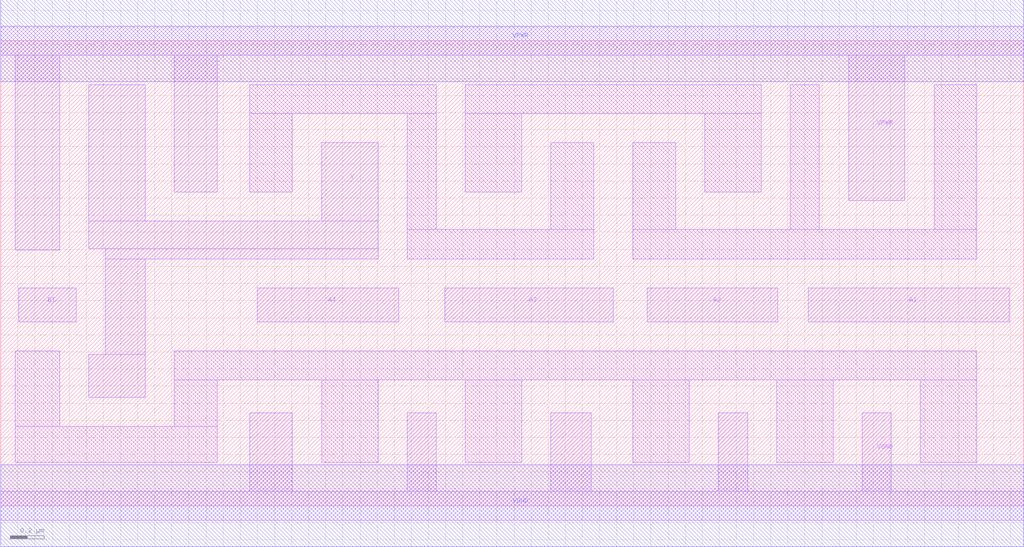
<source format=lef>
# Copyright 2020 The SkyWater PDK Authors
#
# Licensed under the Apache License, Version 2.0 (the "License");
# you may not use this file except in compliance with the License.
# You may obtain a copy of the License at
#
#     https://www.apache.org/licenses/LICENSE-2.0
#
# Unless required by applicable law or agreed to in writing, software
# distributed under the License is distributed on an "AS IS" BASIS,
# WITHOUT WARRANTIES OR CONDITIONS OF ANY KIND, either express or implied.
# See the License for the specific language governing permissions and
# limitations under the License.
#
# SPDX-License-Identifier: Apache-2.0

VERSION 5.5 ;
NAMESCASESENSITIVE ON ;
BUSBITCHARS "[]" ;
DIVIDERCHAR "/" ;
MACRO sky130_fd_sc_hd__o41ai_2
  CLASS CORE ;
  SOURCE USER ;
  ORIGIN  0.000000  0.000000 ;
  SIZE  5.980000 BY  2.720000 ;
  SYMMETRY X Y R90 ;
  SITE unithd ;
  PIN A1
    ANTENNAGATEAREA  0.495000 ;
    DIRECTION INPUT ;
    USE SIGNAL ;
    PORT
      LAYER li1 ;
        RECT 4.720000 1.075000 5.895000 1.275000 ;
    END
  END A1
  PIN A2
    ANTENNAGATEAREA  0.495000 ;
    DIRECTION INPUT ;
    USE SIGNAL ;
    PORT
      LAYER li1 ;
        RECT 3.780000 1.075000 4.540000 1.275000 ;
    END
  END A2
  PIN A3
    ANTENNAGATEAREA  0.495000 ;
    DIRECTION INPUT ;
    USE SIGNAL ;
    PORT
      LAYER li1 ;
        RECT 2.595000 1.075000 3.580000 1.275000 ;
    END
  END A3
  PIN A4
    ANTENNAGATEAREA  0.495000 ;
    DIRECTION INPUT ;
    USE SIGNAL ;
    PORT
      LAYER li1 ;
        RECT 1.500000 1.075000 2.325000 1.275000 ;
    END
  END A4
  PIN B1
    ANTENNAGATEAREA  0.495000 ;
    DIRECTION INPUT ;
    USE SIGNAL ;
    PORT
      LAYER li1 ;
        RECT 0.105000 1.075000 0.440000 1.275000 ;
    END
  END B1
  PIN Y
    ANTENNADIFFAREA  0.715500 ;
    DIRECTION OUTPUT ;
    USE SIGNAL ;
    PORT
      LAYER li1 ;
        RECT 0.515000 0.635000 0.845000 0.885000 ;
        RECT 0.515000 1.505000 2.205000 1.665000 ;
        RECT 0.515000 1.665000 0.845000 2.465000 ;
        RECT 0.610000 0.885000 0.845000 1.445000 ;
        RECT 0.610000 1.445000 2.205000 1.505000 ;
        RECT 1.875000 1.665000 2.205000 2.125000 ;
    END
  END Y
  PIN VGND
    DIRECTION INOUT ;
    SHAPE ABUTMENT ;
    USE GROUND ;
    PORT
      LAYER li1 ;
        RECT 0.000000 -0.085000 5.980000 0.085000 ;
        RECT 1.455000  0.085000 1.705000 0.545000 ;
        RECT 2.375000  0.085000 2.545000 0.545000 ;
        RECT 3.215000  0.085000 3.450000 0.545000 ;
        RECT 4.195000  0.085000 4.365000 0.545000 ;
        RECT 5.035000  0.085000 5.205000 0.545000 ;
    END
    PORT
      LAYER met1 ;
        RECT 0.000000 -0.240000 5.980000 0.240000 ;
    END
  END VGND
  PIN VPWR
    DIRECTION INOUT ;
    SHAPE ABUTMENT ;
    USE POWER ;
    PORT
      LAYER li1 ;
        RECT 0.000000 2.635000 5.980000 2.805000 ;
        RECT 0.085000 1.495000 0.345000 2.635000 ;
        RECT 1.015000 1.835000 1.265000 2.635000 ;
        RECT 4.955000 1.785000 5.285000 2.635000 ;
    END
    PORT
      LAYER met1 ;
        RECT 0.000000 2.480000 5.980000 2.960000 ;
    END
  END VPWR
  OBS
    LAYER li1 ;
      RECT 0.085000 0.255000 1.265000 0.465000 ;
      RECT 0.085000 0.465000 0.345000 0.905000 ;
      RECT 1.015000 0.465000 1.265000 0.735000 ;
      RECT 1.015000 0.735000 5.705000 0.905000 ;
      RECT 1.455000 1.835000 1.705000 2.295000 ;
      RECT 1.455000 2.295000 2.545000 2.465000 ;
      RECT 1.875000 0.255000 2.205000 0.735000 ;
      RECT 2.375000 1.445000 3.465000 1.615000 ;
      RECT 2.375000 1.615000 2.545000 2.295000 ;
      RECT 2.715000 0.255000 3.045000 0.735000 ;
      RECT 2.715000 1.835000 3.045000 2.295000 ;
      RECT 2.715000 2.295000 4.445000 2.465000 ;
      RECT 3.215000 1.615000 3.465000 2.125000 ;
      RECT 3.695000 0.255000 4.025000 0.735000 ;
      RECT 3.695000 1.445000 5.705000 1.615000 ;
      RECT 3.695000 1.615000 3.945000 2.125000 ;
      RECT 4.115000 1.835000 4.445000 2.295000 ;
      RECT 4.535000 0.255000 4.865000 0.735000 ;
      RECT 4.615000 1.615000 4.785000 2.465000 ;
      RECT 5.375000 0.255000 5.705000 0.735000 ;
      RECT 5.455000 1.615000 5.705000 2.465000 ;
  END
END sky130_fd_sc_hd__o41ai_2

</source>
